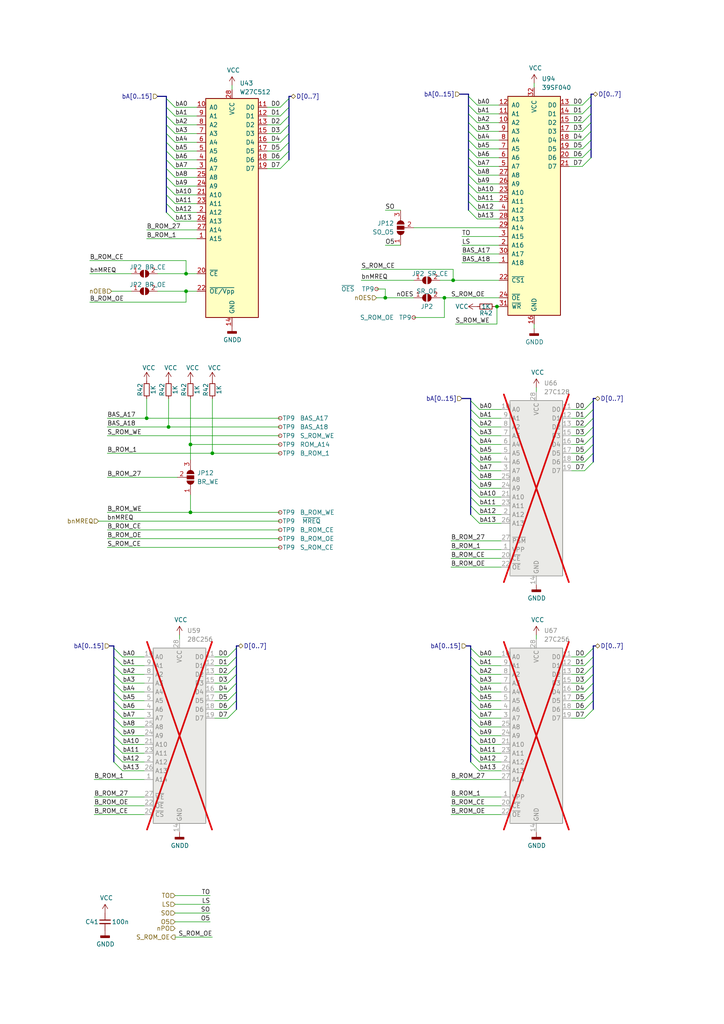
<source format=kicad_sch>
(kicad_sch (version 20230121) (generator eeschema)
  (paper "A4" portrait)
  (junction (at 55.245 148.59))
  (junction (at 61.595 131.445))
  (junction (at 144.145 88.9))
  (junction (at 55.245 128.905))
  (junction (at 111.76 86.36))
  (junction (at 128.905 86.36))
  (junction (at 48.895 123.825))
  (junction (at 53.975 79.375))
  (junction (at 131.445 81.28))
  (junction (at 42.545 121.285))
  (junction (at 53.975 84.455))
  (bus_entry (at 33.02 213.36) (size 2.54 2.54))
  (bus_entry (at 135.89 45.72) (size 2.54 2.54))
  (bus_entry (at 35.56 218.44) (size -2.54 -2.54))
  (bus_entry (at 33.02 203.2) (size 2.54 2.54))
  (bus_entry (at 136.525 203.2) (size 2.54 2.54))
  (bus_entry (at 136.525 133.985) (size 2.54 2.54))
  (bus_entry (at 136.525 121.285) (size 2.54 2.54))
  (bus_entry (at 81.28 33.655) (size 2.54 -2.54))
  (bus_entry (at 136.525 128.905) (size 2.54 2.54))
  (bus_entry (at 168.91 30.48) (size 2.54 -2.54))
  (bus_entry (at 48.26 43.815) (size 2.54 2.54))
  (bus_entry (at 135.89 33.02) (size 2.54 2.54))
  (bus_entry (at 136.525 146.685) (size 2.54 2.54))
  (bus_entry (at 136.525 190.5) (size 2.54 2.54))
  (bus_entry (at 33.02 193.04) (size 2.54 2.54))
  (bus_entry (at 33.02 205.74) (size 2.54 2.54))
  (bus_entry (at 66.04 190.5) (size 2.54 -2.54))
  (bus_entry (at 135.89 53.34) (size 2.54 2.54))
  (bus_entry (at 136.525 213.36) (size 2.54 2.54))
  (bus_entry (at 135.89 43.18) (size 2.54 2.54))
  (bus_entry (at 135.89 30.48) (size 2.54 2.54))
  (bus_entry (at 168.91 43.18) (size 2.54 -2.54))
  (bus_entry (at 136.525 139.065) (size 2.54 2.54))
  (bus_entry (at 136.525 118.745) (size 2.54 2.54))
  (bus_entry (at 168.91 33.02) (size 2.54 -2.54))
  (bus_entry (at 48.26 51.435) (size 2.54 2.54))
  (bus_entry (at 169.545 208.28) (size 2.54 -2.54))
  (bus_entry (at 169.545 136.525) (size 2.54 -2.54))
  (bus_entry (at 168.91 40.64) (size 2.54 -2.54))
  (bus_entry (at 33.02 218.44) (size 2.54 2.54))
  (bus_entry (at 81.28 46.355) (size 2.54 -2.54))
  (bus_entry (at 169.545 128.905) (size 2.54 -2.54))
  (bus_entry (at 168.91 35.56) (size 2.54 -2.54))
  (bus_entry (at 169.545 190.5) (size 2.54 -2.54))
  (bus_entry (at 135.89 48.26) (size 2.54 2.54))
  (bus_entry (at 136.525 195.58) (size 2.54 2.54))
  (bus_entry (at 136.525 123.825) (size 2.54 2.54))
  (bus_entry (at 35.56 223.52) (size -2.54 -2.54))
  (bus_entry (at 169.545 193.04) (size 2.54 -2.54))
  (bus_entry (at 168.91 45.72) (size 2.54 -2.54))
  (bus_entry (at 66.04 205.74) (size 2.54 -2.54))
  (bus_entry (at 135.89 40.64) (size 2.54 2.54))
  (bus_entry (at 169.545 123.825) (size 2.54 -2.54))
  (bus_entry (at 33.02 187.96) (size 2.54 2.54))
  (bus_entry (at 48.26 36.195) (size 2.54 2.54))
  (bus_entry (at 169.545 118.745) (size 2.54 -2.54))
  (bus_entry (at 136.525 200.66) (size 2.54 2.54))
  (bus_entry (at 66.04 198.12) (size 2.54 -2.54))
  (bus_entry (at 33.02 198.12) (size 2.54 2.54))
  (bus_entry (at 33.02 210.82) (size 2.54 2.54))
  (bus_entry (at 136.525 205.74) (size 2.54 2.54))
  (bus_entry (at 48.26 46.355) (size 2.54 2.54))
  (bus_entry (at 66.04 203.2) (size 2.54 -2.54))
  (bus_entry (at 135.89 35.56) (size 2.54 2.54))
  (bus_entry (at 48.26 31.115) (size 2.54 2.54))
  (bus_entry (at 135.89 50.8) (size 2.54 2.54))
  (bus_entry (at 33.02 208.28) (size 2.54 2.54))
  (bus_entry (at 33.02 200.66) (size 2.54 2.54))
  (bus_entry (at 48.26 28.575) (size 2.54 2.54))
  (bus_entry (at 135.89 27.94) (size 2.54 2.54))
  (bus_entry (at 169.545 205.74) (size 2.54 -2.54))
  (bus_entry (at 169.545 126.365) (size 2.54 -2.54))
  (bus_entry (at 168.91 48.26) (size 2.54 -2.54))
  (bus_entry (at 48.26 59.055) (size 2.54 2.54))
  (bus_entry (at 66.04 200.66) (size 2.54 -2.54))
  (bus_entry (at 81.28 36.195) (size 2.54 -2.54))
  (bus_entry (at 139.065 218.44) (size -2.54 -2.54))
  (bus_entry (at 48.26 33.655) (size 2.54 2.54))
  (bus_entry (at 48.26 53.975) (size 2.54 2.54))
  (bus_entry (at 66.04 195.58) (size 2.54 -2.54))
  (bus_entry (at 138.43 58.42) (size -2.54 -2.54))
  (bus_entry (at 139.065 151.765) (size -2.54 -2.54))
  (bus_entry (at 136.525 116.205) (size 2.54 2.54))
  (bus_entry (at 66.04 193.04) (size 2.54 -2.54))
  (bus_entry (at 50.8 59.055) (size -2.54 -2.54))
  (bus_entry (at 136.525 198.12) (size 2.54 2.54))
  (bus_entry (at 169.545 131.445) (size 2.54 -2.54))
  (bus_entry (at 169.545 121.285) (size 2.54 -2.54))
  (bus_entry (at 169.545 133.985) (size 2.54 -2.54))
  (bus_entry (at 136.525 131.445) (size 2.54 2.54))
  (bus_entry (at 136.525 126.365) (size 2.54 2.54))
  (bus_entry (at 81.28 48.895) (size 2.54 -2.54))
  (bus_entry (at 50.8 64.135) (size -2.54 -2.54))
  (bus_entry (at 136.525 141.605) (size 2.54 2.54))
  (bus_entry (at 135.89 38.1) (size 2.54 2.54))
  (bus_entry (at 139.065 146.685) (size -2.54 -2.54))
  (bus_entry (at 66.04 208.28) (size 2.54 -2.54))
  (bus_entry (at 136.525 136.525) (size 2.54 2.54))
  (bus_entry (at 136.525 187.96) (size 2.54 2.54))
  (bus_entry (at 136.525 193.04) (size 2.54 2.54))
  (bus_entry (at 81.28 41.275) (size 2.54 -2.54))
  (bus_entry (at 136.525 208.28) (size 2.54 2.54))
  (bus_entry (at 48.26 41.275) (size 2.54 2.54))
  (bus_entry (at 33.02 190.5) (size 2.54 2.54))
  (bus_entry (at 169.545 200.66) (size 2.54 -2.54))
  (bus_entry (at 168.91 38.1) (size 2.54 -2.54))
  (bus_entry (at 169.545 195.58) (size 2.54 -2.54))
  (bus_entry (at 136.525 218.44) (size 2.54 2.54))
  (bus_entry (at 81.28 38.735) (size 2.54 -2.54))
  (bus_entry (at 48.26 38.735) (size 2.54 2.54))
  (bus_entry (at 81.28 31.115) (size 2.54 -2.54))
  (bus_entry (at 139.065 223.52) (size -2.54 -2.54))
  (bus_entry (at 169.545 203.2) (size 2.54 -2.54))
  (bus_entry (at 138.43 63.5) (size -2.54 -2.54))
  (bus_entry (at 135.89 58.42) (size 2.54 2.54))
  (bus_entry (at 136.525 210.82) (size 2.54 2.54))
  (bus_entry (at 81.28 43.815) (size 2.54 -2.54))
  (bus_entry (at 169.545 198.12) (size 2.54 -2.54))
  (bus_entry (at 48.26 48.895) (size 2.54 2.54))
  (bus_entry (at 33.02 195.58) (size 2.54 2.54))
  (bus (pts (xy 33.02 187.96) (xy 33.02 187.325)))
  (wire (pts (xy 27.305 226.06) (xy 41.91 226.06)))
  (bus (pts (xy 136.525 126.365) (xy 136.525 123.825)))
  (wire (pts (xy 57.15 46.355) (xy 50.8 46.355)))
  (wire (pts (xy 45.72 84.455) (xy 53.975 84.455)))
  (wire (pts (xy 165.1 45.72) (xy 168.91 45.72)))
  (bus (pts (xy 48.26 43.815) (xy 48.26 41.275)))
  (wire (pts (xy 31.115 123.825) (xy 48.895 123.825)))
  (wire (pts (xy 145.415 205.74) (xy 139.065 205.74)))
  (bus (pts (xy 33.02 203.2) (xy 33.02 200.66)))
  (bus (pts (xy 172.085 187.96) (xy 172.085 190.5)))
  (bus (pts (xy 68.58 203.2) (xy 68.58 205.74)))
  (bus (pts (xy 83.82 27.94) (xy 83.82 28.575)))
  (wire (pts (xy 165.735 205.74) (xy 169.545 205.74)))
  (bus (pts (xy 171.45 38.1) (xy 171.45 40.64)))
  (wire (pts (xy 145.415 126.365) (xy 139.065 126.365)))
  (bus (pts (xy 33.02 210.82) (xy 33.02 213.36)))
  (bus (pts (xy 83.82 43.815) (xy 83.82 46.355)))
  (bus (pts (xy 135.89 27.94) (xy 135.89 30.48)))
  (wire (pts (xy 26.035 79.375) (xy 38.1 79.375)))
  (wire (pts (xy 144.145 88.9) (xy 144.78 88.9)))
  (wire (pts (xy 144.145 88.9) (xy 144.145 93.98)))
  (wire (pts (xy 145.415 144.145) (xy 139.065 144.145)))
  (wire (pts (xy 165.735 203.2) (xy 169.545 203.2)))
  (wire (pts (xy 139.065 223.52) (xy 145.415 223.52)))
  (wire (pts (xy 57.15 41.275) (xy 50.8 41.275)))
  (bus (pts (xy 172.085 198.12) (xy 172.085 200.66)))
  (wire (pts (xy 53.975 87.63) (xy 53.975 84.455)))
  (bus (pts (xy 172.085 200.66) (xy 172.085 203.2)))
  (wire (pts (xy 145.415 128.905) (xy 139.065 128.905)))
  (wire (pts (xy 50.8 59.055) (xy 57.15 59.055)))
  (bus (pts (xy 48.26 59.055) (xy 48.26 61.595)))
  (bus (pts (xy 136.525 115.57) (xy 133.985 115.57)))
  (wire (pts (xy 145.415 195.58) (xy 139.065 195.58)))
  (wire (pts (xy 145.415 118.745) (xy 139.065 118.745)))
  (wire (pts (xy 145.415 193.04) (xy 139.065 193.04)))
  (bus (pts (xy 172.085 128.905) (xy 172.085 131.445)))
  (wire (pts (xy 145.415 149.225) (xy 139.065 149.225)))
  (wire (pts (xy 165.735 126.365) (xy 169.545 126.365)))
  (bus (pts (xy 83.82 31.115) (xy 83.82 33.655)))
  (wire (pts (xy 41.91 215.9) (xy 35.56 215.9)))
  (wire (pts (xy 50.8 267.335) (xy 60.96 267.335)))
  (bus (pts (xy 135.89 50.8) (xy 135.89 48.26)))
  (bus (pts (xy 135.89 50.8) (xy 135.89 53.34)))
  (wire (pts (xy 42.545 66.675) (xy 57.15 66.675)))
  (wire (pts (xy 165.1 38.1) (xy 168.91 38.1)))
  (bus (pts (xy 136.525 146.685) (xy 136.525 144.145)))
  (bus (pts (xy 33.02 200.66) (xy 33.02 198.12)))
  (wire (pts (xy 77.47 48.895) (xy 81.28 48.895)))
  (wire (pts (xy 133.985 68.58) (xy 144.78 68.58)))
  (bus (pts (xy 48.26 27.94) (xy 45.72 27.94)))
  (wire (pts (xy 145.415 203.2) (xy 139.065 203.2)))
  (wire (pts (xy 127.635 81.28) (xy 131.445 81.28)))
  (bus (pts (xy 48.26 36.195) (xy 48.26 33.655)))
  (bus (pts (xy 33.02 193.04) (xy 33.02 190.5)))
  (bus (pts (xy 135.89 27.94) (xy 135.89 27.305)))
  (wire (pts (xy 35.56 218.44) (xy 41.91 218.44)))
  (wire (pts (xy 145.415 121.285) (xy 139.065 121.285)))
  (wire (pts (xy 104.775 81.28) (xy 120.015 81.28)))
  (wire (pts (xy 77.47 36.195) (xy 81.28 36.195)))
  (bus (pts (xy 172.085 187.325) (xy 172.085 187.96)))
  (wire (pts (xy 144.78 33.02) (xy 138.43 33.02)))
  (bus (pts (xy 135.89 58.42) (xy 135.89 55.88)))
  (bus (pts (xy 68.58 193.04) (xy 68.58 195.58)))
  (wire (pts (xy 55.245 128.905) (xy 81.28 128.905)))
  (wire (pts (xy 144.78 40.64) (xy 138.43 40.64)))
  (bus (pts (xy 33.02 218.44) (xy 33.02 215.9)))
  (wire (pts (xy 55.245 115.57) (xy 55.245 128.905)))
  (wire (pts (xy 111.76 71.12) (xy 116.205 71.12)))
  (wire (pts (xy 48.895 115.57) (xy 48.895 123.825)))
  (bus (pts (xy 48.26 41.275) (xy 48.26 38.735)))
  (bus (pts (xy 172.085 195.58) (xy 172.085 198.12)))
  (wire (pts (xy 145.415 198.12) (xy 139.065 198.12)))
  (bus (pts (xy 135.89 40.64) (xy 135.89 38.1)))
  (bus (pts (xy 48.26 46.355) (xy 48.26 43.815)))
  (wire (pts (xy 127.635 86.36) (xy 128.905 86.36)))
  (bus (pts (xy 136.525 218.44) (xy 136.525 220.98)))
  (bus (pts (xy 136.525 136.525) (xy 136.525 133.985)))
  (wire (pts (xy 31.115 131.445) (xy 61.595 131.445)))
  (wire (pts (xy 57.15 51.435) (xy 50.8 51.435)))
  (wire (pts (xy 120.015 92.075) (xy 128.905 92.075)))
  (wire (pts (xy 28.575 151.13) (xy 81.28 151.13)))
  (wire (pts (xy 109.22 86.36) (xy 111.76 86.36)))
  (bus (pts (xy 83.82 28.575) (xy 83.82 31.115)))
  (wire (pts (xy 128.905 92.075) (xy 128.905 86.36)))
  (wire (pts (xy 55.245 133.35) (xy 55.245 128.905)))
  (wire (pts (xy 145.415 123.825) (xy 139.065 123.825)))
  (wire (pts (xy 57.15 48.895) (xy 50.8 48.895)))
  (wire (pts (xy 165.735 121.285) (xy 169.545 121.285)))
  (bus (pts (xy 171.45 33.02) (xy 171.45 35.56)))
  (bus (pts (xy 136.525 187.96) (xy 136.525 187.325)))
  (wire (pts (xy 26.035 75.565) (xy 53.975 75.565)))
  (wire (pts (xy 41.91 210.82) (xy 35.56 210.82)))
  (wire (pts (xy 51.435 138.43) (xy 31.115 138.43)))
  (wire (pts (xy 53.975 79.375) (xy 57.15 79.375)))
  (wire (pts (xy 53.975 84.455) (xy 57.15 84.455)))
  (bus (pts (xy 48.26 59.055) (xy 48.26 56.515)))
  (bus (pts (xy 135.89 33.02) (xy 135.89 30.48)))
  (wire (pts (xy 109.22 83.82) (xy 111.76 83.82)))
  (bus (pts (xy 84.455 27.94) (xy 83.82 27.94)))
  (wire (pts (xy 62.23 203.2) (xy 66.04 203.2)))
  (wire (pts (xy 145.415 200.66) (xy 139.065 200.66)))
  (wire (pts (xy 41.91 195.58) (xy 35.56 195.58)))
  (wire (pts (xy 144.78 48.26) (xy 138.43 48.26)))
  (wire (pts (xy 139.065 146.685) (xy 145.415 146.685)))
  (bus (pts (xy 171.45 27.94) (xy 171.45 30.48)))
  (bus (pts (xy 172.72 115.57) (xy 172.085 115.57)))
  (wire (pts (xy 144.78 66.04) (xy 120.015 66.04)))
  (wire (pts (xy 130.81 233.68) (xy 145.415 233.68)))
  (bus (pts (xy 48.26 51.435) (xy 48.26 53.975)))
  (wire (pts (xy 165.735 198.12) (xy 169.545 198.12)))
  (bus (pts (xy 136.525 200.66) (xy 136.525 198.12)))
  (wire (pts (xy 133.985 73.66) (xy 144.78 73.66)))
  (bus (pts (xy 171.45 30.48) (xy 171.45 33.02)))
  (bus (pts (xy 68.58 198.12) (xy 68.58 200.66)))
  (bus (pts (xy 171.45 35.56) (xy 171.45 38.1)))
  (wire (pts (xy 145.415 220.98) (xy 139.065 220.98)))
  (wire (pts (xy 61.595 131.445) (xy 81.28 131.445)))
  (wire (pts (xy 165.735 128.905) (xy 169.545 128.905)))
  (wire (pts (xy 165.735 190.5) (xy 169.545 190.5)))
  (bus (pts (xy 135.89 55.88) (xy 135.89 53.34)))
  (wire (pts (xy 77.47 41.275) (xy 81.28 41.275)))
  (bus (pts (xy 83.82 38.735) (xy 83.82 41.275)))
  (wire (pts (xy 165.735 131.445) (xy 169.545 131.445)))
  (wire (pts (xy 145.415 215.9) (xy 139.065 215.9)))
  (wire (pts (xy 42.545 115.57) (xy 42.545 121.285)))
  (wire (pts (xy 41.91 213.36) (xy 35.56 213.36)))
  (bus (pts (xy 136.525 187.325) (xy 135.255 187.325)))
  (bus (pts (xy 33.02 215.9) (xy 33.02 213.36)))
  (wire (pts (xy 165.735 123.825) (xy 169.545 123.825)))
  (wire (pts (xy 50.8 64.135) (xy 57.15 64.135)))
  (bus (pts (xy 33.02 187.96) (xy 33.02 190.5)))
  (wire (pts (xy 155.575 184.15) (xy 155.575 185.42)))
  (wire (pts (xy 62.23 198.12) (xy 66.04 198.12)))
  (wire (pts (xy 144.78 35.56) (xy 138.43 35.56)))
  (wire (pts (xy 130.81 226.06) (xy 145.415 226.06)))
  (bus (pts (xy 136.525 193.04) (xy 136.525 190.5)))
  (wire (pts (xy 131.445 81.28) (xy 131.445 78.105)))
  (bus (pts (xy 136.525 139.065) (xy 136.525 141.605)))
  (wire (pts (xy 50.8 264.795) (xy 60.96 264.795)))
  (bus (pts (xy 33.02 187.325) (xy 31.75 187.325)))
  (bus (pts (xy 135.89 43.18) (xy 135.89 40.64)))
  (wire (pts (xy 145.415 131.445) (xy 139.065 131.445)))
  (wire (pts (xy 62.23 195.58) (xy 66.04 195.58)))
  (wire (pts (xy 130.81 161.925) (xy 145.415 161.925)))
  (bus (pts (xy 136.525 215.9) (xy 136.525 213.36)))
  (wire (pts (xy 138.43 63.5) (xy 144.78 63.5)))
  (wire (pts (xy 165.735 193.04) (xy 169.545 193.04)))
  (wire (pts (xy 130.81 231.14) (xy 145.415 231.14)))
  (bus (pts (xy 136.525 195.58) (xy 136.525 193.04)))
  (bus (pts (xy 48.26 28.575) (xy 48.26 27.94)))
  (bus (pts (xy 33.02 205.74) (xy 33.02 203.2)))
  (wire (pts (xy 62.23 205.74) (xy 66.04 205.74)))
  (wire (pts (xy 77.47 33.655) (xy 81.28 33.655)))
  (bus (pts (xy 172.085 190.5) (xy 172.085 193.04)))
  (wire (pts (xy 144.78 43.18) (xy 138.43 43.18)))
  (bus (pts (xy 172.085 193.04) (xy 172.085 195.58)))
  (wire (pts (xy 62.23 193.04) (xy 66.04 193.04)))
  (wire (pts (xy 165.1 35.56) (xy 168.91 35.56)))
  (wire (pts (xy 57.15 43.815) (xy 50.8 43.815)))
  (bus (pts (xy 171.45 27.305) (xy 171.45 27.94)))
  (bus (pts (xy 83.82 33.655) (xy 83.82 36.195)))
  (wire (pts (xy 52.07 184.15) (xy 52.07 185.42)))
  (wire (pts (xy 27.305 233.68) (xy 41.91 233.68)))
  (bus (pts (xy 68.58 195.58) (xy 68.58 198.12)))
  (wire (pts (xy 48.895 123.825) (xy 81.28 123.825)))
  (wire (pts (xy 50.8 271.78) (xy 61.595 271.78)))
  (wire (pts (xy 41.91 190.5) (xy 35.56 190.5)))
  (wire (pts (xy 77.47 31.115) (xy 81.28 31.115)))
  (wire (pts (xy 165.735 136.525) (xy 169.545 136.525)))
  (bus (pts (xy 48.26 48.895) (xy 48.26 46.355)))
  (bus (pts (xy 171.45 40.64) (xy 171.45 43.18)))
  (bus (pts (xy 136.525 205.74) (xy 136.525 203.2)))
  (wire (pts (xy 139.065 218.44) (xy 145.415 218.44)))
  (bus (pts (xy 69.215 187.325) (xy 68.58 187.325)))
  (bus (pts (xy 136.525 116.205) (xy 136.525 118.745)))
  (bus (pts (xy 48.26 51.435) (xy 48.26 48.895)))
  (wire (pts (xy 145.415 208.28) (xy 139.065 208.28)))
  (bus (pts (xy 172.085 27.305) (xy 171.45 27.305)))
  (bus (pts (xy 172.085 121.285) (xy 172.085 123.825)))
  (wire (pts (xy 57.15 61.595) (xy 50.8 61.595)))
  (bus (pts (xy 136.525 203.2) (xy 136.525 200.66)))
  (wire (pts (xy 31.115 156.21) (xy 81.28 156.21)))
  (wire (pts (xy 41.91 198.12) (xy 35.56 198.12)))
  (bus (pts (xy 136.525 131.445) (xy 136.525 128.905)))
  (bus (pts (xy 135.89 35.56) (xy 135.89 33.02)))
  (wire (pts (xy 41.91 193.04) (xy 35.56 193.04)))
  (wire (pts (xy 155.575 112.395) (xy 155.575 113.665)))
  (bus (pts (xy 33.02 208.28) (xy 33.02 205.74)))
  (bus (pts (xy 136.525 210.82) (xy 136.525 213.36)))
  (wire (pts (xy 50.8 262.255) (xy 60.96 262.255)))
  (wire (pts (xy 165.735 208.28) (xy 169.545 208.28)))
  (wire (pts (xy 41.91 205.74) (xy 35.56 205.74)))
  (wire (pts (xy 57.15 38.735) (xy 50.8 38.735)))
  (wire (pts (xy 133.985 71.12) (xy 144.78 71.12)))
  (bus (pts (xy 135.89 48.26) (xy 135.89 45.72)))
  (bus (pts (xy 48.26 56.515) (xy 48.26 53.975)))
  (wire (pts (xy 45.72 79.375) (xy 53.975 79.375)))
  (wire (pts (xy 57.15 31.115) (xy 50.8 31.115)))
  (wire (pts (xy 57.15 53.975) (xy 50.8 53.975)))
  (wire (pts (xy 144.78 53.34) (xy 138.43 53.34)))
  (bus (pts (xy 136.525 116.205) (xy 136.525 115.57)))
  (wire (pts (xy 144.78 50.8) (xy 138.43 50.8)))
  (bus (pts (xy 68.58 187.325) (xy 68.58 187.96)))
  (bus (pts (xy 68.58 200.66) (xy 68.58 203.2)))
  (wire (pts (xy 41.91 220.98) (xy 35.56 220.98)))
  (wire (pts (xy 165.735 133.985) (xy 169.545 133.985)))
  (wire (pts (xy 139.065 151.765) (xy 145.415 151.765)))
  (wire (pts (xy 62.23 200.66) (xy 66.04 200.66)))
  (wire (pts (xy 132.08 93.98) (xy 144.145 93.98)))
  (wire (pts (xy 145.415 139.065) (xy 139.065 139.065)))
  (wire (pts (xy 67.31 24.765) (xy 67.31 26.035)))
  (wire (pts (xy 145.415 190.5) (xy 139.065 190.5)))
  (wire (pts (xy 165.1 48.26) (xy 168.91 48.26)))
  (bus (pts (xy 136.525 123.825) (xy 136.525 121.285)))
  (wire (pts (xy 31.115 153.67) (xy 81.28 153.67)))
  (wire (pts (xy 57.15 36.195) (xy 50.8 36.195)))
  (wire (pts (xy 130.81 156.845) (xy 145.415 156.845)))
  (wire (pts (xy 50.8 259.715) (xy 60.96 259.715)))
  (wire (pts (xy 165.1 40.64) (xy 168.91 40.64)))
  (wire (pts (xy 144.78 38.1) (xy 138.43 38.1)))
  (wire (pts (xy 130.81 159.385) (xy 145.415 159.385)))
  (wire (pts (xy 143.51 88.9) (xy 144.145 88.9)))
  (bus (pts (xy 83.82 41.275) (xy 83.82 43.815)))
  (bus (pts (xy 136.525 146.685) (xy 136.525 149.225)))
  (wire (pts (xy 145.415 213.36) (xy 139.065 213.36)))
  (wire (pts (xy 165.1 43.18) (xy 168.91 43.18)))
  (bus (pts (xy 136.525 121.285) (xy 136.525 118.745)))
  (wire (pts (xy 42.545 121.285) (xy 81.28 121.285)))
  (wire (pts (xy 145.415 136.525) (xy 139.065 136.525)))
  (wire (pts (xy 111.76 86.36) (xy 120.015 86.36)))
  (wire (pts (xy 165.735 118.745) (xy 169.545 118.745)))
  (wire (pts (xy 144.78 55.88) (xy 138.43 55.88)))
  (wire (pts (xy 55.245 148.59) (xy 31.115 148.59)))
  (bus (pts (xy 135.89 27.305) (xy 133.35 27.305)))
  (wire (pts (xy 31.115 158.75) (xy 81.28 158.75)))
  (wire (pts (xy 27.305 236.22) (xy 41.91 236.22)))
  (wire (pts (xy 62.23 190.5) (xy 66.04 190.5)))
  (wire (pts (xy 165.1 33.02) (xy 168.91 33.02)))
  (wire (pts (xy 144.78 30.48) (xy 138.43 30.48)))
  (bus (pts (xy 33.02 218.44) (xy 33.02 220.98)))
  (bus (pts (xy 136.525 208.28) (xy 136.525 205.74)))
  (bus (pts (xy 136.525 187.96) (xy 136.525 190.5)))
  (wire (pts (xy 77.47 38.735) (xy 81.28 38.735)))
  (bus (pts (xy 172.085 118.745) (xy 172.085 121.285)))
  (bus (pts (xy 33.02 195.58) (xy 33.02 193.04)))
  (wire (pts (xy 41.91 203.2) (xy 35.56 203.2)))
  (bus (pts (xy 136.525 133.985) (xy 136.525 131.445)))
  (wire (pts (xy 41.91 200.66) (xy 35.56 200.66)))
  (bus (pts (xy 68.58 187.96) (xy 68.58 190.5)))
  (wire (pts (xy 145.415 133.985) (xy 139.065 133.985)))
  (wire (pts (xy 144.78 60.96) (xy 138.43 60.96)))
  (wire (pts (xy 130.81 164.465) (xy 145.415 164.465)))
  (wire (pts (xy 32.385 84.455) (xy 38.1 84.455)))
  (bus (pts (xy 172.085 116.205) (xy 172.085 118.745)))
  (bus (pts (xy 172.085 115.57) (xy 172.085 116.205)))
  (bus (pts (xy 135.89 45.72) (xy 135.89 43.18)))
  (wire (pts (xy 133.985 76.2) (xy 144.78 76.2)))
  (wire (pts (xy 165.1 30.48) (xy 168.91 30.48)))
  (bus (pts (xy 136.525 128.905) (xy 136.525 126.365)))
  (wire (pts (xy 165.735 200.66) (xy 169.545 200.66)))
  (wire (pts (xy 27.305 231.14) (xy 41.91 231.14)))
  (wire (pts (xy 145.415 210.82) (xy 139.065 210.82)))
  (wire (pts (xy 31.115 121.285) (xy 42.545 121.285)))
  (wire (pts (xy 165.735 195.58) (xy 169.545 195.58)))
  (bus (pts (xy 136.525 139.065) (xy 136.525 136.525)))
  (wire (pts (xy 61.595 115.57) (xy 61.595 131.445)))
  (wire (pts (xy 144.78 45.72) (xy 138.43 45.72)))
  (wire (pts (xy 35.56 223.52) (xy 41.91 223.52)))
  (wire (pts (xy 104.775 78.105) (xy 131.445 78.105)))
  (wire (pts (xy 62.23 208.28) (xy 66.04 208.28)))
  (bus (pts (xy 136.525 198.12) (xy 136.525 195.58)))
  (bus (pts (xy 135.89 58.42) (xy 135.89 60.96)))
  (bus (pts (xy 136.525 218.44) (xy 136.525 215.9)))
  (bus (pts (xy 172.085 123.825) (xy 172.085 126.365)))
  (wire (pts (xy 131.445 81.28) (xy 144.78 81.28)))
  (wire (pts (xy 31.115 126.365) (xy 81.28 126.365)))
  (bus (pts (xy 48.26 33.655) (xy 48.26 31.115)))
  (wire (pts (xy 57.15 33.655) (xy 50.8 33.655)))
  (bus (pts (xy 172.085 126.365) (xy 172.085 128.905)))
  (bus (pts (xy 136.525 144.145) (xy 136.525 141.605)))
  (wire (pts (xy 77.47 46.355) (xy 81.28 46.355)))
  (bus (pts (xy 136.525 210.82) (xy 136.525 208.28)))
  (wire (pts (xy 145.415 141.605) (xy 139.065 141.605)))
  (wire (pts (xy 111.76 60.96) (xy 116.205 60.96)))
  (bus (pts (xy 48.26 38.735) (xy 48.26 36.195)))
  (bus (pts (xy 33.02 198.12) (xy 33.02 195.58)))
  (bus (pts (xy 135.89 38.1) (xy 135.89 35.56)))
  (bus (pts (xy 172.085 131.445) (xy 172.085 133.985)))
  (bus (pts (xy 172.72 187.325) (xy 172.085 187.325)))
  (wire (pts (xy 53.975 75.565) (xy 53.975 79.375)))
  (wire (pts (xy 111.76 83.82) (xy 111.76 86.36)))
  (bus (pts (xy 171.45 43.18) (xy 171.45 45.72)))
  (wire (pts (xy 77.47 43.815) (xy 81.28 43.815)))
  (wire (pts (xy 42.545 69.215) (xy 57.15 69.215)))
  (wire (pts (xy 154.94 24.13) (xy 154.94 25.4)))
  (wire (pts (xy 138.43 58.42) (xy 144.78 58.42)))
  (wire (pts (xy 154.94 95.25) (xy 154.94 93.98)))
  (bus (pts (xy 68.58 190.5) (xy 68.58 193.04)))
  (bus (pts (xy 83.82 36.195) (xy 83.82 38.735)))
  (bus (pts (xy 33.02 210.82) (xy 33.02 208.28)))
  (wire (pts (xy 55.245 148.59) (xy 55.245 143.51)))
  (bus (pts (xy 172.085 203.2) (xy 172.085 205.74)))
  (wire (pts (xy 57.15 56.515) (xy 50.8 56.515)))
  (wire (pts (xy 55.245 148.59) (xy 81.28 148.59)))
  (wire (pts (xy 26.035 87.63) (xy 53.975 87.63)))
  (wire (pts (xy 41.91 208.28) (xy 35.56 208.28)))
  (bus (pts (xy 48.26 28.575) (xy 48.26 31.115)))
  (wire (pts (xy 130.81 236.22) (xy 145.415 236.22)))
  (wire (pts (xy 128.905 86.36) (xy 144.78 86.36)))
  (label "bA0" (at 139.065 190.5 0))
  (label "bA11" (at 35.56 218.44 0))
  (label "BAS_A18" (at 133.985 76.2 0))
  (label "D0" (at 168.91 30.48 180))
  (label "bA2" (at 50.8 36.195 0))
  (label "bA11" (at 139.065 218.44 0))
  (label "bA4" (at 50.8 41.275 0))
  (label "bA7" (at 139.065 208.28 0))
  (label "bA1" (at 139.065 121.285 0))
  (label "D5" (at 168.91 43.18 180))
  (label "bA9" (at 139.065 213.36 0))
  (label "bA13" (at 138.43 63.5 0))
  (label "bA0" (at 35.56 190.5 0))
  (label "D7" (at 168.91 48.26 180))
  (label "bA5" (at 50.8 43.815 0))
  (label "B_ROM_CE" (at 27.305 236.22 0))
  (label "bA10" (at 139.065 215.9 0))
  (label "O5" (at 111.76 71.12 0))
  (label "D2" (at 169.545 195.58 180))
  (label "bA6" (at 35.56 205.74 0))
  (label "D0" (at 66.04 190.5 180))
  (label "bA10" (at 139.065 144.145 0))
  (label "bA13" (at 139.065 223.52 0))
  (label "SO" (at 60.96 264.795 180))
  (label "D2" (at 168.91 35.56 180))
  (label "D6" (at 66.04 205.74 180))
  (label "bA3" (at 139.065 126.365 0))
  (label "bA11" (at 139.065 146.685 0))
  (label "S_ROM_WE" (at 31.115 126.365 0))
  (label "bA5" (at 35.56 203.2 0))
  (label "nOES" (at 114.935 86.36 0))
  (label "D7" (at 81.28 48.895 180))
  (label "D7" (at 66.04 208.28 180))
  (label "B_ROM_CE" (at 130.81 161.925 0))
  (label "bA0" (at 139.065 118.745 0))
  (label "bA7" (at 35.56 208.28 0))
  (label "bA12" (at 50.8 61.595 0))
  (label "bA9" (at 139.065 141.605 0))
  (label "bA7" (at 50.8 48.895 0))
  (label "bA10" (at 50.8 56.515 0))
  (label "D5" (at 169.545 203.2 180))
  (label "BAS_A18" (at 31.115 123.825 0))
  (label "bA12" (at 35.56 220.98 0))
  (label "D4" (at 66.04 200.66 180))
  (label "LS" (at 60.96 262.255 180))
  (label "B_ROM_1" (at 31.115 131.445 0))
  (label "bA2" (at 35.56 195.58 0))
  (label "D3" (at 66.04 198.12 180))
  (label "bnMREQ" (at 38.735 151.13 180))
  (label "B_ROM_27" (at 130.81 156.845 0))
  (label "B_ROM_OE" (at 130.81 236.22 0))
  (label "D0" (at 169.545 190.5 180))
  (label "B_ROM_27" (at 130.81 226.06 0))
  (label "bA6" (at 139.065 205.74 0))
  (label "SO" (at 111.76 60.96 0))
  (label "bA12" (at 139.065 220.98 0))
  (label "bA5" (at 139.065 131.445 0))
  (label "bA2" (at 138.43 35.56 0))
  (label "bA2" (at 139.065 195.58 0))
  (label "bA3" (at 35.56 198.12 0))
  (label "bA4" (at 138.43 40.64 0))
  (label "bA7" (at 138.43 48.26 0))
  (label "B_ROM_CE" (at 130.81 233.68 0))
  (label "bnMREQ" (at 26.035 79.375 0))
  (label "S_ROM_WE" (at 132.08 93.98 0))
  (label "B_ROM_CE" (at 26.035 75.565 0))
  (label "bA13" (at 35.56 223.52 0))
  (label "D6" (at 169.545 205.74 180))
  (label "bA3" (at 139.065 198.12 0))
  (label "D1" (at 168.91 33.02 180))
  (label "B_ROM_OE" (at 26.035 87.63 0))
  (label "B_ROM_WE" (at 31.115 148.59 0))
  (label "bA6" (at 139.065 133.985 0))
  (label "bA2" (at 139.065 123.825 0))
  (label "bA5" (at 139.065 203.2 0))
  (label "bA8" (at 139.065 210.82 0))
  (label "bA1" (at 138.43 33.02 0))
  (label "D6" (at 169.545 133.985 180))
  (label "D1" (at 169.545 121.285 180))
  (label "bA0" (at 50.8 31.115 0))
  (label "D1" (at 169.545 193.04 180))
  (label "bA9" (at 138.43 53.34 0))
  (label "bA12" (at 138.43 60.96 0))
  (label "D0" (at 81.28 31.115 180))
  (label "bA8" (at 138.43 50.8 0))
  (label "B_ROM_OE" (at 130.81 164.465 0))
  (label "B_ROM_CE" (at 31.115 153.67 0))
  (label "bA6" (at 50.8 46.355 0))
  (label "TO" (at 60.96 259.715 180))
  (label "S_ROM_OE" (at 61.595 271.78 180))
  (label "bA3" (at 138.43 38.1 0))
  (label "B_ROM_27" (at 31.115 138.43 0))
  (label "D4" (at 169.545 200.66 180))
  (label "D3" (at 169.545 198.12 180))
  (label "D5" (at 66.04 203.2 180))
  (label "bA1" (at 35.56 193.04 0))
  (label "TO" (at 133.985 68.58 0))
  (label "B_ROM_27" (at 27.305 231.14 0))
  (label "bnMREQ" (at 104.775 81.28 0))
  (label "D4" (at 81.28 41.275 180))
  (label "bA8" (at 139.065 139.065 0))
  (label "bA0" (at 138.43 30.48 0))
  (label "bA1" (at 139.065 193.04 0))
  (label "bA10" (at 35.56 215.9 0))
  (label "bA4" (at 139.065 128.905 0))
  (label "D3" (at 168.91 38.1 180))
  (label "D2" (at 169.545 123.825 180))
  (label "B_ROM_OE" (at 27.305 233.68 0))
  (label "S_ROM_CE" (at 104.775 78.105 0))
  (label "BAS_A17" (at 31.115 121.285 0))
  (label "B_ROM_1" (at 42.545 69.215 0))
  (label "bA7" (at 139.065 136.525 0))
  (label "bA8" (at 35.56 210.82 0))
  (label "bA1" (at 50.8 33.655 0))
  (label "bA4" (at 35.56 200.66 0))
  (label "bA10" (at 138.43 55.88 0))
  (label "D2" (at 66.04 195.58 180))
  (label "B_ROM_1" (at 130.81 231.14 0))
  (label "BAS_A17" (at 133.985 73.66 0))
  (label "B_ROM_1" (at 130.81 159.385 0))
  (label "D6" (at 81.28 46.355 180))
  (label "bA9" (at 35.56 213.36 0))
  (label "bA3" (at 50.8 38.735 0))
  (label "D0" (at 169.545 118.745 180))
  (label "D2" (at 81.28 36.195 180))
  (label "D1" (at 66.04 193.04 180))
  (label "bA13" (at 50.8 64.135 0))
  (label "D5" (at 169.545 131.445 180))
  (label "D4" (at 168.91 40.64 180))
  (label "D6" (at 168.91 45.72 180))
  (label "bA13" (at 139.065 151.765 0))
  (label "D7" (at 169.545 208.28 180))
  (label "bA12" (at 139.065 149.225 0))
  (label "bA5" (at 138.43 43.18 0))
  (label "D3" (at 81.28 38.735 180))
  (label "bA9" (at 50.8 53.975 0))
  (label "B_ROM_OE" (at 31.115 156.21 0))
  (label "bA6" (at 138.43 45.72 0))
  (label "bA8" (at 50.8 51.435 0))
  (label "LS" (at 133.985 71.12 0))
  (label "D7" (at 169.545 136.525 180))
  (label "O5" (at 60.96 267.335 180))
  (label "bA4" (at 139.065 200.66 0))
  (label "S_ROM_OE" (at 130.81 86.36 0))
  (label "B_ROM_1" (at 27.305 226.06 0))
  (label "D1" (at 81.28 33.655 180))
  (label "bA11" (at 138.43 58.42 0))
  (label "B_ROM_27" (at 42.545 66.675 0))
  (label "D5" (at 81.28 43.815 180))
  (label "S_ROM_CE" (at 31.115 158.75 0))
  (label "D4" (at 169.545 128.905 180))
  (label "bA11" (at 50.8 59.055 0))
  (label "D3" (at 169.545 126.365 180))
  (hierarchical_label "S_ROM_OE" (shape output) (at 50.8 271.78 180))
  (hierarchical_label "bA[0..15]" (shape input) (at 133.985 115.57 180))
  (hierarchical_label "SO" (shape input) (at 50.8 264.795 180))
  (hierarchical_label "bA[0..15]" (shape input) (at 135.255 187.325 180))
  (hierarchical_label "D[0..7]" (shape bidirectional) (at 84.455 27.94 0))
  (hierarchical_label "bA[0..15]" (shape input) (at 31.75 187.325 180))
  (hierarchical_label "D[0..7]" (shape bidirectional) (at 172.085 27.305 0))
  (hierarchical_label "nOEB" (shape input) (at 32.385 84.455 180))
  (hierarchical_label "LS" (shape input) (at 50.8 262.255 180))
  (hierarchical_label "nPO" (shape input) (at 50.8 269.24 180))
  (hierarchical_label "D[0..7]" (shape bidirectional) (at 69.215 187.325 0))
  (hierarchical_label "TO" (shape input) (at 50.8 259.715 180))
  (hierarchical_label "D[0..7]" (shape bidirectional) (at 172.72 187.325 0))
  (hierarchical_label "bA[0..15]" (shape input) (at 45.72 27.94 180))
  (hierarchical_label "nOES" (shape input) (at 109.22 86.36 180))
  (hierarchical_label "O5" (shape input) (at 50.8 267.335 180))
  (hierarchical_label "bA[0..15]" (shape input) (at 133.35 27.305 180))
  (hierarchical_label "D[0..7]" (shape bidirectional) (at 172.72 115.57 0))
  (hierarchical_label "bnMREQ" (shape input) (at 28.575 151.13 180))
  (symbol (lib_id "Connector:TestPoint_Small") (at 81.28 131.445 0) (unit 1)
    (property "Reference" "TP9" (at 81.915 131.445 0) (effects (justify left)))
    (property "Value" "B_ROM_1" (at 86.995 131.445 0) (effects (justify left)))
    (property "Footprint" "Cobra_original:TestPoint_Hole_D1mm_Drill0.6mm" (effects hide))
    (instances (project "main" (path "" (reference "TP9") (unit 1)) (path "" (reference "TP34") (unit 1)) (path "" (reference "TP39") (unit 1))))
  )
  (symbol (lib_id "power:VCC") (at 55.245 110.49 0) (unit 1)
    (property "Reference" "#PWR0162" (effects hide))
    (property "Value" "VCC" (at 55.88 106.68 0))
  )
  (symbol (lib_id "Connector:TestPoint_Small") (at 81.28 156.21 0) (unit 1)
    (property "Reference" "TP9" (at 81.915 156.21 0) (effects (justify left)))
    (property "Value" "B_ROM_OE" (at 86.995 156.21 0) (effects (justify left)))
    (property "Footprint" "Cobra_original:TestPoint_Hole_D1mm_Drill0.6mm" (effects hide))
    (instances (project "main" (path "" (reference "TP9") (unit 1)) (path "" (reference "TP34") (unit 1)) (path "" (reference "TP49") (unit 1))))
  )
  (symbol (lib_id "Jumper:SolderJumper_2_Open") (at 41.91 79.375 0) (unit 1)
    (property "Reference" "JP2" (at 39.37 77.47 0))
    (property "Value" "BR_CE" (at 45.085 77.47 0))
    (property "Footprint" "Cobra_original:SolderJumper-2_P1.3mm_Open_TrianglePad1.0x1.5mm" (effects hide))
    (instances (project "main" (path "" (reference "JP2") (unit 1)) (path "" (reference "JP21") (unit 1))))
  )
  (symbol (lib_id "Connector:TestPoint_Small") (at 81.28 158.75 0) (unit 1)
    (property "Reference" "TP9" (at 81.915 158.75 0) (effects (justify left)))
    (property "Value" "S_ROM_CE" (at 86.995 158.75 0) (effects (justify left)))
    (property "Footprint" "Cobra_original:TestPoint_Hole_D1mm_Drill0.6mm" (effects hide))
    (instances (project "main" (path "" (reference "TP9") (unit 1)) (path "" (reference "TP34") (unit 1)) (path "" (reference "TP50") (unit 1))))
  )
  (symbol (lib_id "power:GNDD") (at 155.575 241.3 0) (unit 1)
    (property "Reference" "#PWR0272" (effects hide))
    (property "Value" "GNDD" (at 155.6766 245.237 0))
  )
  (symbol (lib_id "Connector:TestPoint_Small") (at 81.28 126.365 0) (unit 1)
    (property "Reference" "TP9" (at 81.915 126.365 0) (effects (justify left)))
    (property "Value" "S_ROM_WE" (at 86.995 126.365 0) (effects (justify left)))
    (property "Footprint" "Cobra_original:TestPoint_Hole_D1mm_Drill0.6mm" (effects hide))
    (instances (project "main" (path "" (reference "TP9") (unit 1)) (path "" (reference "TP34") (unit 1)) (path "" (reference "TP47") (unit 1))))
  )
  (symbol (lib_id "power:VCC") (at 138.43 88.9 90) (unit 1)
    (property "Reference" "#PWR0209" (effects hide))
    (property "Value" "VCC" (at 133.985 88.9 90))
  )
  (symbol (lib_id "Jumper:SolderJumper_2_Open") (at 41.91 84.455 0) (unit 1)
    (property "Reference" "JP2" (at 39.37 82.55 0))
    (property "Value" "BR_OE" (at 45.085 82.55 0))
    (property "Footprint" "Cobra_original:SolderJumper-2_P1.3mm_Open_TrianglePad1.0x1.5mm" (effects hide))
    (instances (project "main" (path "" (reference "JP2") (unit 1)) (path "" (reference "JP22") (unit 1))))
  )
  (symbol (lib_id "Memory_EPROM:27C128") (at 155.575 141.605 0) (unit 1) (in_bom no) (on_board no) (dnp yes)
    (property "Reference" "U66" (at 157.7691 111.125 0) (effects (justify left)))
    (property "Value" "27C128" (at 157.7691 113.665 0) (effects (justify left)))
    (property "Footprint" "Package_DIP:DIP-28_W15.24mm" (effects hide))
    (property "Datasheet" "http://ww1.microchip.com/downloads/en/devicedoc/11003L.pdf" (effects hide))
    (property "Sim.Enable" "0" (effects hide))
  )
  (symbol (lib_id "power:GNDD") (at 30.48 269.875 0) (unit 1)
    (property "Reference" "#PWR0239" (effects hide))
    (property "Value" "GNDD" (at 30.5816 273.812 0))
  )
  (symbol (lib_id "Memory_EPROM:27C256") (at 155.575 213.36 0) (unit 1) (in_bom no) (on_board no) (dnp yes)
    (property "Reference" "U67" (at 157.7691 182.88 0) (effects (justify left)))
    (property "Value" "27C256" (at 157.7691 185.42 0) (effects (justify left)))
    (property "Footprint" "Package_DIP:DIP-28_W15.24mm" (effects hide))
    (property "Datasheet" "http://ww1.microchip.com/downloads/en/DeviceDoc/doc0014.pdf" (effects hide))
    (property "Sim.Enable" "0" (effects hide))
  )
  (symbol (lib_id "power:VCC") (at 67.31 24.765 0) (unit 1)
    (property "Reference" "#PWR080" (effects hide))
    (property "Value" "VCC" (at 67.691 20.3708 0))
  )
  (symbol (lib_id "Device:R_Small") (at 48.895 113.03 180) (unit 1)
    (property "Reference" "R42" (at 46.99 113.03 90))
    (property "Value" "1K" (at 50.8 113.03 90))
    (property "Footprint" "Cobra_original:R_Axial_DIN0204_L3.6mm_D1.6mm_P5.08mm_Horizontal" (effects hide))
    (instances (project "main" (path "" (reference "R42") (unit 1)) (path "" (reference "R127") (unit 1))))
  )
  (symbol (lib_id "Memory_EEPROM:28C256") (at 52.07 213.36 0) (unit 1) (in_bom no) (on_board no) (dnp yes)
    (property "Reference" "U59" (at 54.2641 182.88 0) (effects (justify left)))
    (property "Value" "28C256" (at 54.2641 185.42 0) (effects (justify left)))
    (property "Datasheet" "http://ww1.microchip.com/downloads/en/DeviceDoc/doc0006.pdf" (effects hide))
    (property "Sim.Enable" "0" (effects hide))
  )
  (symbol (lib_id "power:VCC") (at 154.94 24.13 0) (unit 1)
    (property "Reference" "#PWR0127" (effects hide))
    (property "Value" "VCC" (at 155.321 19.7358 0))
  )
  (symbol (lib_id "power:VCC") (at 61.595 110.49 0) (unit 1)
    (property "Reference" "#PWR0163" (effects hide))
    (property "Value" "VCC" (at 62.23 106.68 0))
  )
  (symbol (lib_id "Jumper:SolderJumper_2_Open") (at 123.825 81.28 0) (unit 1)
    (property "Reference" "JP2" (at 121.285 79.375 0))
    (property "Value" "SR_CE" (at 127 79.375 0))
    (property "Footprint" "Cobra_original:SolderJumper-2_P1.3mm_Open_TrianglePad1.0x1.5mm" (effects hide))
    (instances (project "main" (path "" (reference "JP2") (unit 1)) (path "" (reference "JP23") (unit 1))))
  )
  (symbol (lib_id "Connector:TestPoint_Small") (at 81.28 128.905 0) (unit 1)
    (property "Reference" "TP9" (at 81.915 128.905 0) (effects (justify left)))
    (property "Value" "ROM_A14" (at 86.995 128.905 0) (effects (justify left)))
    (property "Footprint" "Cobra_original:TestPoint_Hole_D1mm_Drill0.6mm" (effects hide))
    (instances (project "main" (path "" (reference "TP9") (unit 1)) (path "" (reference "TP34") (unit 1)) (path "" (reference "TP38") (unit 1))))
  )
  (symbol (lib_id "Jumper:SolderJumper_3_Open") (at 116.205 66.04 90) (unit 1)
    (property "Reference" "JP12" (at 114.3 64.77 90) (effects (justify left)))
    (property "Value" "SO_O5" (at 114.3 67.31 90) (effects (justify left)))
    (property "Footprint" "Cobra_original:SolderJumper-3_P2.0mm_Open_TrianglePad1.0x1.5mm" (effects hide))
    (instances (project "main" (path "" (reference "JP12") (unit 1)) (path "" (reference "JP16") (unit 1))))
  )
  (symbol (lib_id "Device:R_Small") (at 55.245 113.03 180) (unit 1)
    (property "Reference" "R42" (at 53.34 113.03 90))
    (property "Value" "1K" (at 57.15 113.03 90))
    (property "Footprint" "Cobra_original:R_Axial_DIN0204_L3.6mm_D1.6mm_P5.08mm_Horizontal" (effects hide))
    (instances (project "main" (path "" (reference "R42") (unit 1)) (path "" (reference "R124") (unit 1))))
  )
  (symbol (lib_id "power:GNDD") (at 155.575 169.545 0) (unit 1)
    (property "Reference" "#PWR0168" (effects hide))
    (property "Value" "GNDD" (at 155.6766 173.482 0))
  )
  (symbol (lib_id "power:VCC") (at 30.48 264.795 0) (unit 1)
    (property "Reference" "#PWR0238" (effects hide))
    (property "Value" "VCC" (at 30.861 260.4008 0))
  )
  (symbol (lib_id "Device:C_Small") (at 30.48 267.335 0) (unit 1)
    (property "Reference" "C41" (at 26.67 267.335 0))
    (property "Value" "100n" (at 34.925 267.335 0))
    (property "Footprint" "Cobra_original:C_THT_508_254" (effects hide))
    (instances (project "main" (path "" (reference "C41") (unit 1)) (path "" (reference "C31") (unit 1))))
  )
  (symbol (lib_id "Device:R_Small") (at 42.545 113.03 180) (unit 1)
    (property "Reference" "R42" (at 40.64 113.03 90))
    (property "Value" "1K" (at 44.45 113.03 90))
    (property "Footprint" "Cobra_original:R_Axial_DIN0204_L3.6mm_D1.6mm_P5.08mm_Horizontal" (effects hide))
    (instances (project "main" (path "" (reference "R42") (unit 1)) (path "" (reference "R126") (unit 1))))
  )
  (symbol (lib_id "Connector:TestPoint_Small") (at 81.28 151.13 0) (unit 1)
    (property "Reference" "TP9" (at 81.915 151.13 0) (effects (justify left)))
    (property "Value" "~{MREQ}" (at 87.63 151.13 0) (effects (justify left)))
    (property "Footprint" "Cobra_original:TestPoint_Hole_D1mm_Drill0.6mm" (effects hide))
    (instances (project "main" (path "" (reference "TP9") (unit 1)) (path "" (reference "TP37") (unit 1)) (path "" (reference "TP82") (unit 1)) (path "" (reference "TP88") (unit 1))))
  )
  (symbol (lib_id "8bits_Kicad:W27C512") (at 67.31 60.325 0) (unit 1)
    (property "Reference" "U43" (at 69.5041 24.13 0) (effects (justify left)))
    (property "Value" "W27C512" (at 69.5041 26.67 0) (effects (justify left)))
    (property "Footprint" "Cobra_original:DIP-28_W15.24mm" (effects hide))
  )
  (symbol (lib_id "Connector:TestPoint_Small") (at 81.28 148.59 0) (unit 1)
    (property "Reference" "TP9" (at 81.915 148.59 0) (effects (justify left)))
    (property "Value" "B_ROM_WE" (at 86.995 148.59 0) (effects (justify left)))
    (property "Footprint" "Cobra_original:TestPoint_Hole_D1mm_Drill0.6mm" (effects hide))
    (instances (project "main" (path "" (reference "TP9") (unit 1)) (path "" (reference "TP34") (unit 1)) (path "" (reference "TP46") (unit 1))))
  )
  (symbol (lib_id "power:GNDD") (at 154.94 95.25 0) (unit 1)
    (property "Reference" "#PWR0130" (effects hide))
    (property "Value" "GNDD" (at 155.0416 99.187 0))
  )
  (symbol (lib_id "power:VCC") (at 155.575 184.15 0) (unit 1)
    (property "Reference" "#PWR0271" (effects hide))
    (property "Value" "VCC" (at 155.956 179.7558 0))
  )
  (symbol (lib_id "power:GNDD") (at 67.31 94.615 0) (unit 1)
    (property "Reference" "#PWR0125" (effects hide))
    (property "Value" "GNDD" (at 67.4116 98.552 0))
  )
  (symbol (lib_id "power:VCC") (at 48.895 110.49 0) (unit 1)
    (property "Reference" "#PWR0167" (effects hide))
    (property "Value" "VCC" (at 49.53 106.68 0))
  )
  (symbol (lib_id "Connector:TestPoint_Small") (at 81.28 121.285 0) (unit 1)
    (property "Reference" "TP9" (at 81.915 121.285 0) (effects (justify left)))
    (property "Value" "BAS_A17" (at 86.995 121.285 0) (effects (justify left)))
    (property "Footprint" "Cobra_original:TestPoint_Hole_D1mm_Drill0.6mm" (effects hide))
    (instances (project "main" (path "" (reference "TP9") (unit 1)) (path "" (reference "TP34") (unit 1)) (path "" (reference "TP44") (unit 1))))
  )
  (symbol (lib_id "Device:R_Small") (at 61.595 113.03 180) (unit 1)
    (property "Reference" "R42" (at 59.69 113.03 90))
    (property "Value" "1K" (at 63.5 113.03 90))
    (property "Footprint" "Cobra_original:R_Axial_DIN0204_L3.6mm_D1.6mm_P5.08mm_Horizontal" (effects hide))
    (instances (project "main" (path "" (reference "R42") (unit 1)) (path "" (reference "R125") (unit 1))))
  )
  (symbol (lib_id "Jumper:SolderJumper_2_Open") (at 123.825 86.36 0) (unit 1)
    (property "Reference" "JP2" (at 123.825 88.9 0))
    (property "Value" "SR_OE" (at 123.825 84.455 0))
    (property "Footprint" "Cobra_original:SolderJumper-2_P1.3mm_Open_TrianglePad1.0x1.5mm" (effects hide))
    (instances (project "main" (path "" (reference "JP2") (unit 1)) (path "" (reference "JP17") (unit 1))))
  )
  (symbol (lib_id "power:VCC") (at 42.545 110.49 0) (unit 1)
    (property "Reference" "#PWR0165" (effects hide))
    (property "Value" "VCC" (at 43.18 106.68 0))
  )
  (symbol (lib_id "8bits_Kicad:39SF040") (at 154.94 59.69 0) (unit 1)
    (property "Reference" "U94" (at 157.1341 22.86 0) (effects (justify left)))
    (property "Value" "39SF040" (at 157.1341 25.4 0) (effects (justify left)))
    (property "Footprint" "Cobra_original:DIP-32_W15.24mm" (effects hide))
  )
  (symbol (lib_id "power:VCC") (at 155.575 112.395 0) (unit 1)
    (property "Reference" "#PWR081" (effects hide))
    (property "Value" "VCC" (at 155.956 108.0008 0))
  )
  (symbol (lib_id "power:VCC") (at 52.07 184.15 0) (unit 1)
    (property "Reference" "#PWR0248" (effects hide))
    (property "Value" "VCC" (at 52.451 179.7558 0))
  )
  (symbol (lib_id "Connector:TestPoint_Small") (at 120.015 92.075 0) (mirror y) (unit 1)
    (property "Reference" "TP9" (at 119.38 92.075 0) (effects (justify left)))
    (property "Value" "S_ROM_OE" (at 114.3 92.075 0) (effects (justify left)))
    (property "Footprint" "Cobra_original:TestPoint_Hole_D1mm_Drill0.6mm" (effects hide))
    (instances (project "main" (path "" (reference "TP9") (unit 1)) (path "" (reference "TP34") (unit 1)) (path "" (reference "TP80") (unit 1))))
  )
  (symbol (lib_id "Connector:TestPoint_Small") (at 81.28 153.67 0) (unit 1)
    (property "Reference" "TP9" (at 81.915 153.67 0) (effects (justify left)))
    (property "Value" "B_ROM_CE" (at 86.995 153.67 0) (effects (justify left)))
    (property "Footprint" "Cobra_original:TestPoint_Hole_D1mm_Drill0.6mm" (effects hide))
    (instances (project "main" (path "" (reference "TP9") (unit 1)) (path "" (reference "TP34") (unit 1)) (path "" (reference "TP48") (unit 1))))
  )
  (symbol (lib_id "Jumper:SolderJumper_3_Open") (at 55.245 138.43 270) (mirror x) (unit 1)
    (property "Reference" "JP12" (at 57.15 137.16 90) (effects (justify left)))
    (property "Value" "BR_WE" (at 57.15 139.7 90) (effects (justify left)))
    (property "Footprint" "Cobra_original:SolderJumper-3_P2.0mm_Open_TrianglePad1.0x1.5mm" (effects hide))
    (instances (project "main" (path "" (reference "JP12") (unit 1)) (path "" (reference "JP20") (unit 1))))
  )
  (symbol (lib_id "Connector:TestPoint_Small") (at 109.22 83.82 0) (mirror y) (unit 1)
    (property "Reference" "TP9" (at 108.585 83.82 0) (effects (justify left)))
    (property "Value" "~{OES}" (at 102.87 83.82 0) (effects (justify left)))
    (property "Footprint" "Cobra_original:TestPoint_Hole_D1mm_Drill0.6mm" (effects hide))
    (instances (project "main" (path "" (reference "TP9") (unit 1)) (path "" (reference "TP34") (unit 1)) (path "" (reference "TP83") (unit 1))))
  )
  (symbol (lib_id "power:GNDD") (at 52.07 241.3 0) (unit 1)
    (property "Reference" "#PWR0249" (effects hide))
    (property "Value" "GNDD" (at 52.1716 245.237 0))
  )
  (symbol (lib_id "Connector:TestPoint_Small") (at 81.28 123.825 0) (unit 1)
    (property "Reference" "TP9" (at 81.915 123.825 0) (effects (justify left)))
    (property "Value" "BAS_A18" (at 86.995 123.825 0) (effects (justify left)))
    (property "Footprint" "Cobra_original:TestPoint_Hole_D1mm_Drill0.6mm" (effects hide))
    (instances (project "main" (path "" (reference "TP9") (unit 1)) (path "" (reference "TP34") (unit 1)) (path "" (reference "TP45") (unit 1))))
  )
  (symbol (lib_id "Device:R_Small") (at 140.97 88.9 270) (unit 1)
    (property "Reference" "R42" (at 140.97 90.805 90))
    (property "Value" "1K" (at 140.97 88.9 90))
    (property "Footprint" "Cobra_original:R_Axial_DIN0204_L3.6mm_D1.6mm_P5.08mm_Horizontal" (effects hide))
    (instances (project "main" (path "" (reference "R42") (unit 1)) (path "" (reference "R71") (unit 1))))
  )
)
</source>
